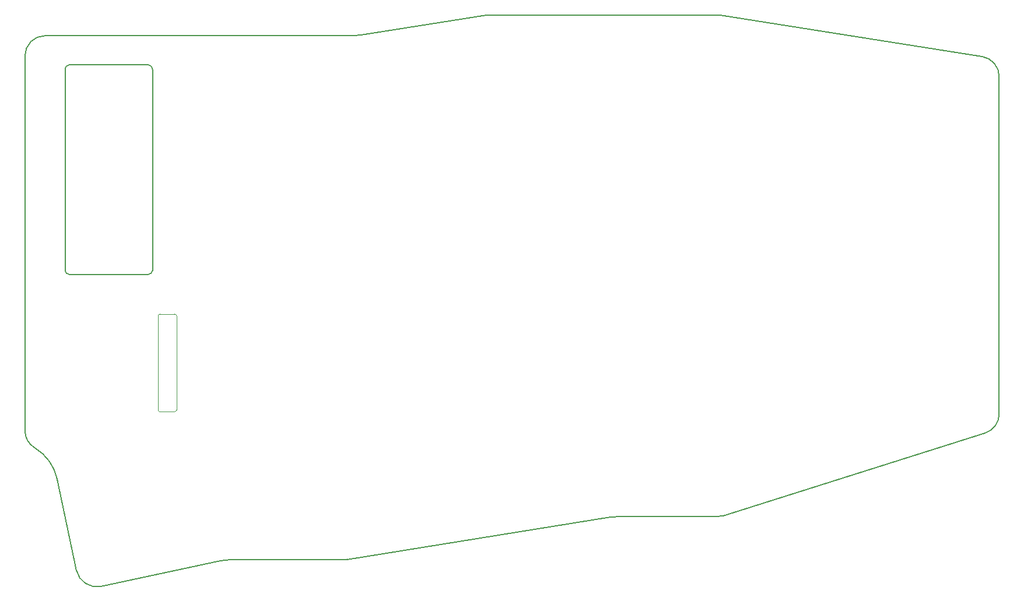
<source format=gbr>
%TF.GenerationSoftware,KiCad,Pcbnew,7.0.5-0*%
%TF.CreationDate,2023-10-17T19:27:59+10:30*%
%TF.ProjectId,Rolio,526f6c69-6f2e-46b6-9963-61645f706362,rev?*%
%TF.SameCoordinates,Original*%
%TF.FileFunction,Profile,NP*%
%FSLAX46Y46*%
G04 Gerber Fmt 4.6, Leading zero omitted, Abs format (unit mm)*
G04 Created by KiCad (PCBNEW 7.0.5-0) date 2023-10-17 19:27:59*
%MOMM*%
%LPD*%
G01*
G04 APERTURE LIST*
%TA.AperFunction,Profile*%
%ADD10C,0.150000*%
%TD*%
%TA.AperFunction,Profile*%
%ADD11C,0.050000*%
%TD*%
G04 APERTURE END LIST*
D10*
X8183000Y-41965000D02*
X8183000Y-71175000D01*
X-10342023Y-94447327D02*
G75*
G03*
X-8903473Y-96980694I2950023J27D01*
G01*
X57077770Y-34104994D02*
G75*
G03*
X56617845Y-34141074I30J-2949806D01*
G01*
X90168779Y-34105000D02*
X57077770Y-34105000D01*
X37262922Y-37105002D02*
G75*
G03*
X38408836Y-37015122I78J7348802D01*
G01*
X8183000Y-41965000D02*
G75*
G03*
X7583000Y-41365000I-600000J0D01*
G01*
X-5666277Y-101504148D02*
X-2841051Y-114795795D01*
X657824Y-117067991D02*
X18076129Y-113365616D01*
X56617845Y-34141074D02*
X38408836Y-37015123D01*
X19604280Y-113205000D02*
X35991063Y-113205000D01*
X131117400Y-43052576D02*
X131117400Y-92017493D01*
X131117422Y-43052576D02*
G75*
G03*
X128627325Y-40138651I-2950022J-24D01*
G01*
X-4517000Y-71175000D02*
X-4517000Y-41965000D01*
X90176250Y-106954991D02*
G75*
G03*
X91063934Y-106818274I-50J2950491D01*
G01*
X129055094Y-94830799D02*
G75*
G03*
X131117400Y-92017493I-887594J2813199D01*
G01*
X129055084Y-94830768D02*
X91063934Y-106818275D01*
X90628703Y-34141080D02*
G75*
G03*
X90168779Y-34105000I-459903J-2913120D01*
G01*
X-3917000Y-41365000D02*
X7583000Y-41365000D01*
X19604280Y-113204999D02*
G75*
G03*
X18076129Y-113365616I20J-7350101D01*
G01*
X-7392000Y-37105000D02*
G75*
G03*
X-10342000Y-40055000I70J-2950070D01*
G01*
X128627325Y-40138650D02*
X90628704Y-34141074D01*
X37262922Y-37105000D02*
X-7392000Y-37105000D01*
X7583000Y-71775000D02*
G75*
G03*
X8183000Y-71175000I0J600000D01*
G01*
X35991063Y-113205004D02*
G75*
G03*
X36457549Y-113167884I-63J2950504D01*
G01*
X74675205Y-107047477D02*
X36457549Y-113167884D01*
X75837469Y-106955004D02*
G75*
G03*
X74675205Y-107047477I-69J-7349396D01*
G01*
X-5666298Y-101504152D02*
G75*
G03*
X-8903473Y-96980694I-6798102J-1444948D01*
G01*
X75837469Y-106955000D02*
X90176250Y-106955000D01*
X-10342000Y-94447327D02*
X-10342000Y-40055000D01*
X-3917000Y-41365000D02*
G75*
G03*
X-4517000Y-41965000I0J-600000D01*
G01*
X-4517000Y-71175000D02*
G75*
G03*
X-3917000Y-71775000I600000J0D01*
G01*
X-2841075Y-114795800D02*
G75*
G03*
X657824Y-117067991I2885575J613400D01*
G01*
X-3917000Y-71775000D02*
X7583000Y-71775000D01*
D11*
%TO.C,RE_1*%
X8983000Y-77840000D02*
X8983000Y-91440000D01*
X9283000Y-91740000D02*
X11383000Y-91740000D01*
X11383000Y-77540000D02*
X9283000Y-77540000D01*
X11683000Y-91440000D02*
X11683000Y-77840000D01*
X9283000Y-77540000D02*
G75*
G03*
X8983000Y-77840000I0J-300000D01*
G01*
X8983000Y-91440000D02*
G75*
G03*
X9283000Y-91740000I300000J0D01*
G01*
X11683000Y-77840000D02*
G75*
G03*
X11383000Y-77540000I-300000J0D01*
G01*
X11383000Y-91740000D02*
G75*
G03*
X11683000Y-91440000I0J300000D01*
G01*
%TD*%
M02*

</source>
